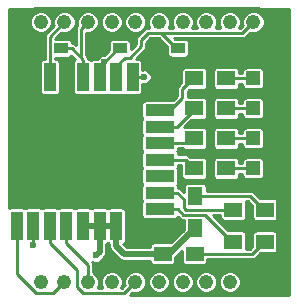
<source format=gbr>
G04 #@! TF.FileFunction,Copper,L1,Top,Signal*
%FSLAX46Y46*%
G04 Gerber Fmt 4.6, Leading zero omitted, Abs format (unit mm)*
G04 Created by KiCad (PCBNEW (after 2015-may-25 BZR unknown)-product) date Thu 04 Jun 2015 12:18:02 PM PDT*
%MOMM*%
G01*
G04 APERTURE LIST*
%ADD10C,0.100000*%
%ADD11R,1.198880X1.198880*%
%ADD12C,1.224000*%
%ADD13R,1.500000X1.300000*%
%ADD14R,1.300000X1.500000*%
%ADD15R,1.200000X0.900000*%
%ADD16R,1.000000X2.450000*%
%ADD17R,2.450000X1.000000*%
%ADD18C,0.600000*%
%ADD19C,0.250000*%
%ADD20C,0.500000*%
G04 APERTURE END LIST*
D10*
D11*
X158589980Y-100838000D03*
X160688020Y-100838000D03*
X158589980Y-98298000D03*
X160688020Y-98298000D03*
X158589980Y-95758000D03*
X160688020Y-95758000D03*
X158589980Y-93218000D03*
X160688020Y-93218000D03*
D12*
X140609500Y-110453500D03*
X142609500Y-110453500D03*
X144609500Y-110453500D03*
X146609500Y-110453500D03*
X148609500Y-110453500D03*
X150609500Y-110453500D03*
X152609500Y-110453500D03*
X154609500Y-110453500D03*
X156609500Y-110453500D03*
X158609500Y-110453500D03*
X140609500Y-88453500D03*
X142609500Y-88453500D03*
X144609500Y-88453500D03*
X146609500Y-88453500D03*
X148609500Y-88453500D03*
X150609500Y-88453500D03*
X152609500Y-88453500D03*
X154609500Y-88453500D03*
X156609500Y-88453500D03*
X158609500Y-88453500D03*
D13*
X153623000Y-108077000D03*
X150923000Y-108077000D03*
D14*
X153670000Y-103171000D03*
X153670000Y-105871000D03*
D13*
X156290000Y-100838000D03*
X153590000Y-100838000D03*
X156290000Y-98298000D03*
X153590000Y-98298000D03*
X156290000Y-95758000D03*
X153590000Y-95758000D03*
X156290000Y-93218000D03*
X153590000Y-93218000D03*
D15*
X140124000Y-90678000D03*
X142324000Y-90678000D03*
X145077000Y-90678000D03*
X147277000Y-90678000D03*
X150030000Y-90678000D03*
X152230000Y-90678000D03*
D16*
X148376000Y-93110000D03*
D17*
X150671000Y-104305000D03*
D16*
X138576000Y-105700000D03*
X139976000Y-105700000D03*
X141376000Y-105700000D03*
X142776000Y-105700000D03*
X144176000Y-105700000D03*
X145576000Y-105700000D03*
X146976000Y-105700000D03*
X148376000Y-105700000D03*
D17*
X150671000Y-102905000D03*
X150671000Y-101505000D03*
X150671000Y-100105000D03*
X150671000Y-98705000D03*
X150671000Y-97305000D03*
X150671000Y-95905000D03*
X150671000Y-94505000D03*
D16*
X146976000Y-93110000D03*
X145576000Y-93110000D03*
X144176000Y-93110000D03*
X142776000Y-93110000D03*
X141376000Y-93110000D03*
X139976000Y-93110000D03*
X138576000Y-93110000D03*
D13*
X159592000Y-107061000D03*
X156892000Y-107061000D03*
X159592000Y-104343200D03*
X156892000Y-104343200D03*
D18*
X145542000Y-89154000D03*
X145288000Y-108204000D03*
X145944077Y-91853753D03*
X139954000Y-107315000D03*
X149352000Y-93091000D03*
D19*
X156290000Y-100838000D02*
X158589980Y-100838000D01*
D20*
X148376000Y-105700000D02*
X148376000Y-103975000D01*
X139976000Y-94835000D02*
X139976000Y-93110000D01*
X148376000Y-103975000D02*
X139976000Y-95575000D01*
X139976000Y-95575000D02*
X139976000Y-94835000D01*
X145077000Y-90678000D02*
X145077000Y-89619000D01*
X145077000Y-89619000D02*
X145542000Y-89154000D01*
X140124000Y-90678000D02*
X140124000Y-89539762D01*
X140124000Y-89539762D02*
X139547499Y-88963261D01*
X139547499Y-88963261D02*
X139547499Y-87943739D01*
X139547499Y-87943739D02*
X140099739Y-87391499D01*
X159119261Y-87391499D02*
X160688020Y-88960258D01*
X160688020Y-88960258D02*
X160688020Y-92118560D01*
X140099739Y-87391499D02*
X159119261Y-87391499D01*
X140124000Y-90678000D02*
X140124000Y-92962000D01*
X140124000Y-92962000D02*
X139976000Y-93110000D01*
X153763980Y-92117999D02*
X160687459Y-92117999D01*
X152058001Y-92117999D02*
X153763980Y-92117999D01*
X150180000Y-90678000D02*
X150030000Y-90678000D01*
X153763980Y-92117999D02*
X151619999Y-92117999D01*
X151619999Y-92117999D02*
X150180000Y-90678000D01*
X138576000Y-93110000D02*
X139976000Y-93110000D01*
X150671000Y-94505000D02*
X150671000Y-93505000D01*
X150671000Y-93505000D02*
X152058001Y-92117999D01*
X160687459Y-92117999D02*
X160688020Y-92118560D01*
X160688020Y-92118560D02*
X160688020Y-93218000D01*
X160688020Y-100838000D02*
X160688020Y-101937440D01*
X160688020Y-101937440D02*
X160792001Y-102041421D01*
X160792001Y-102041421D02*
X160792001Y-108270999D01*
X159221499Y-109841501D02*
X158609500Y-110453500D01*
X160792001Y-108270999D02*
X159221499Y-109841501D01*
X160688020Y-98298000D02*
X160688020Y-100838000D01*
X160688020Y-95758000D02*
X160688020Y-98298000D01*
X160688020Y-93218000D02*
X160688020Y-95758000D01*
D19*
X156290000Y-98298000D02*
X158589980Y-98298000D01*
X156290000Y-95758000D02*
X158589980Y-95758000D01*
X156290000Y-93218000D02*
X158589980Y-93218000D01*
X159592000Y-107061000D02*
X159492000Y-107061000D01*
X159492000Y-107061000D02*
X158476000Y-108077000D01*
X158476000Y-108077000D02*
X154623000Y-108077000D01*
X154623000Y-108077000D02*
X153623000Y-108077000D01*
X150671000Y-104305000D02*
X152182588Y-104305000D01*
X152182588Y-104305000D02*
X152673587Y-104795999D01*
X152673587Y-104795999D02*
X154526999Y-104795999D01*
X154526999Y-104795999D02*
X156792000Y-107061000D01*
X156792000Y-107061000D02*
X156892000Y-107061000D01*
X159592000Y-104343200D02*
X159492000Y-104343200D01*
X159492000Y-104343200D02*
X158319800Y-103171000D01*
X158319800Y-103171000D02*
X154570000Y-103171000D01*
X154570000Y-103171000D02*
X153670000Y-103171000D01*
X150671000Y-102905000D02*
X152146000Y-102905000D01*
X152146000Y-102905000D02*
X152694999Y-103453999D01*
X152857198Y-104343200D02*
X155892000Y-104343200D01*
X152694999Y-103453999D02*
X152694999Y-104181001D01*
X152694999Y-104181001D02*
X152857198Y-104343200D01*
X155892000Y-104343200D02*
X156892000Y-104343200D01*
D20*
X145576000Y-105700000D02*
X146976000Y-105700000D01*
X144176000Y-105700000D02*
X145576000Y-105700000D01*
X145288000Y-108204000D02*
X145576000Y-107916000D01*
X145576000Y-107916000D02*
X145576000Y-105700000D01*
X150923000Y-108077000D02*
X151464000Y-108077000D01*
X151464000Y-108077000D02*
X153670000Y-105871000D01*
X146976000Y-105700000D02*
X146976000Y-107425000D01*
X149673000Y-108077000D02*
X150923000Y-108077000D01*
X147628000Y-108077000D02*
X149673000Y-108077000D01*
X146976000Y-107425000D02*
X147628000Y-108077000D01*
D19*
X138576000Y-105700000D02*
X138576000Y-109806762D01*
X141997501Y-111065499D02*
X142609500Y-110453500D01*
X138576000Y-109806762D02*
X140159739Y-111390501D01*
X140159739Y-111390501D02*
X141672499Y-111390501D01*
X141672499Y-111390501D02*
X141997501Y-111065499D01*
X142776000Y-105700000D02*
X142776000Y-107175000D01*
X142776000Y-107175000D02*
X144609500Y-109008500D01*
X144609500Y-109008500D02*
X144609500Y-109588002D01*
X144609500Y-109588002D02*
X144609500Y-110453500D01*
X145576000Y-93110000D02*
X145576000Y-92221830D01*
X145576000Y-92221830D02*
X145944077Y-91853753D01*
X145576000Y-93110000D02*
X145576000Y-92229000D01*
X145576000Y-92229000D02*
X147127000Y-90678000D01*
X147127000Y-90678000D02*
X147277000Y-90678000D01*
X145576000Y-93110000D02*
X145576000Y-92199998D01*
X141376000Y-105700000D02*
X141376000Y-107175000D01*
X141376000Y-107175000D02*
X143672499Y-109471499D01*
X143672499Y-109471499D02*
X143672499Y-110903261D01*
X143672499Y-110903261D02*
X144159739Y-111390501D01*
X144159739Y-111390501D02*
X147672499Y-111390501D01*
X147672499Y-111390501D02*
X147997501Y-111065499D01*
X147997501Y-111065499D02*
X148609500Y-110453500D01*
X139976000Y-105700000D02*
X139976000Y-107293000D01*
X139976000Y-107293000D02*
X139954000Y-107315000D01*
X141376000Y-93110000D02*
X141376000Y-89687000D01*
X141376000Y-89687000D02*
X142609500Y-88453500D01*
X144176000Y-93110000D02*
X144176000Y-91635000D01*
X144176000Y-91635000D02*
X143997501Y-91456501D01*
X143997501Y-91456501D02*
X143997501Y-89065499D01*
X143997501Y-89065499D02*
X144609500Y-88453500D01*
X144176000Y-91635000D02*
X143219000Y-90678000D01*
X143219000Y-90678000D02*
X143174000Y-90678000D01*
X143174000Y-90678000D02*
X142324000Y-90678000D01*
X148376000Y-93110000D02*
X149333000Y-93110000D01*
X149333000Y-93110000D02*
X149352000Y-93091000D01*
X146976000Y-93110000D02*
X146976000Y-92199998D01*
X146976000Y-92199998D02*
X147722997Y-91453001D01*
X149104999Y-89967999D02*
X149682497Y-89390501D01*
X147722997Y-91453001D02*
X148137001Y-91453001D01*
X148137001Y-91453001D02*
X149104999Y-90485003D01*
X149104999Y-90485003D02*
X149104999Y-89967999D01*
X149682497Y-89390501D02*
X150380700Y-89390501D01*
X150380700Y-89390501D02*
X157672499Y-89390501D01*
X150380700Y-89390501D02*
X150792501Y-89390501D01*
X150792501Y-89390501D02*
X152080000Y-90678000D01*
X152080000Y-90678000D02*
X152230000Y-90678000D01*
X157672499Y-89390501D02*
X157997501Y-89065499D01*
X157997501Y-89065499D02*
X158609500Y-88453500D01*
X150671000Y-100105000D02*
X152857000Y-100105000D01*
X152857000Y-100105000D02*
X153590000Y-100838000D01*
X150671000Y-98705000D02*
X153183000Y-98705000D01*
X153183000Y-98705000D02*
X153590000Y-98298000D01*
X150671000Y-97305000D02*
X152146000Y-97305000D01*
X152146000Y-97305000D02*
X153590000Y-95861000D01*
X153590000Y-95861000D02*
X153590000Y-95758000D01*
X153590000Y-93218000D02*
X153490000Y-93218000D01*
X153490000Y-93218000D02*
X152590000Y-94118000D01*
X152590000Y-94118000D02*
X152590000Y-94896002D01*
X152590000Y-94896002D02*
X151581002Y-95905000D01*
X151581002Y-95905000D02*
X150671000Y-95905000D01*
G36*
X161625000Y-111582000D02*
X157546662Y-111582000D01*
X157546662Y-110267937D01*
X157404313Y-109923425D01*
X157140961Y-109659613D01*
X156796699Y-109516663D01*
X156423937Y-109516338D01*
X156079425Y-109658687D01*
X155815613Y-109922039D01*
X155672663Y-110266301D01*
X155672338Y-110639063D01*
X155814687Y-110983575D01*
X156078039Y-111247387D01*
X156422301Y-111390337D01*
X156795063Y-111390662D01*
X157139575Y-111248313D01*
X157403387Y-110984961D01*
X157546337Y-110640699D01*
X157546662Y-110267937D01*
X157546662Y-111582000D01*
X155546662Y-111582000D01*
X155546662Y-110267937D01*
X155404313Y-109923425D01*
X155140961Y-109659613D01*
X154796699Y-109516663D01*
X154423937Y-109516338D01*
X154079425Y-109658687D01*
X153815613Y-109922039D01*
X153672663Y-110266301D01*
X153672338Y-110639063D01*
X153814687Y-110983575D01*
X154078039Y-111247387D01*
X154422301Y-111390337D01*
X154795063Y-111390662D01*
X155139575Y-111248313D01*
X155403387Y-110984961D01*
X155546337Y-110640699D01*
X155546662Y-110267937D01*
X155546662Y-111582000D01*
X153546662Y-111582000D01*
X153546662Y-110267937D01*
X153404313Y-109923425D01*
X153140961Y-109659613D01*
X152796699Y-109516663D01*
X152423937Y-109516338D01*
X152079425Y-109658687D01*
X151815613Y-109922039D01*
X151672663Y-110266301D01*
X151672338Y-110639063D01*
X151814687Y-110983575D01*
X152078039Y-111247387D01*
X152422301Y-111390337D01*
X152795063Y-111390662D01*
X153139575Y-111248313D01*
X153403387Y-110984961D01*
X153546337Y-110640699D01*
X153546662Y-110267937D01*
X153546662Y-111582000D01*
X151546662Y-111582000D01*
X151546662Y-110267937D01*
X151404313Y-109923425D01*
X151140961Y-109659613D01*
X150796699Y-109516663D01*
X150423937Y-109516338D01*
X150079425Y-109658687D01*
X149815613Y-109922039D01*
X149672663Y-110266301D01*
X149672338Y-110639063D01*
X149814687Y-110983575D01*
X150078039Y-111247387D01*
X150422301Y-111390337D01*
X150795063Y-111390662D01*
X151139575Y-111248313D01*
X151403387Y-110984961D01*
X151546337Y-110640699D01*
X151546662Y-110267937D01*
X151546662Y-111582000D01*
X148117396Y-111582000D01*
X148315699Y-111383697D01*
X148342284Y-111357111D01*
X148422301Y-111390337D01*
X148795063Y-111390662D01*
X149139575Y-111248313D01*
X149403387Y-110984961D01*
X149546337Y-110640699D01*
X149546662Y-110267937D01*
X149404313Y-109923425D01*
X149140961Y-109659613D01*
X148796699Y-109516663D01*
X148423937Y-109516338D01*
X148079425Y-109658687D01*
X147815613Y-109922039D01*
X147672663Y-110266301D01*
X147672338Y-110639063D01*
X147706021Y-110720582D01*
X147679303Y-110747301D01*
X147486103Y-110940501D01*
X147421848Y-110940501D01*
X147546337Y-110640699D01*
X147546662Y-110267937D01*
X147404313Y-109923425D01*
X147140961Y-109659613D01*
X146796699Y-109516663D01*
X146423937Y-109516338D01*
X146079425Y-109658687D01*
X145815613Y-109922039D01*
X145672663Y-110266301D01*
X145672338Y-110639063D01*
X145796889Y-110940501D01*
X145421848Y-110940501D01*
X145546337Y-110640699D01*
X145546662Y-110267937D01*
X145404313Y-109923425D01*
X145140961Y-109659613D01*
X145059500Y-109625787D01*
X145059500Y-109588002D01*
X145059500Y-109008500D01*
X145025247Y-108836293D01*
X145025246Y-108836292D01*
X144965453Y-108746806D01*
X145163134Y-108828891D01*
X145411775Y-108829108D01*
X145641571Y-108734158D01*
X145817540Y-108558496D01*
X145867859Y-108437312D01*
X145982586Y-108322586D01*
X145982587Y-108322586D01*
X146107231Y-108136043D01*
X146151000Y-107916000D01*
X146151000Y-107241814D01*
X146199921Y-107232323D01*
X146276270Y-107182170D01*
X146348231Y-107230744D01*
X146401000Y-107241326D01*
X146401000Y-107425000D01*
X146444769Y-107645043D01*
X146569414Y-107831586D01*
X147221413Y-108483586D01*
X147221414Y-108483586D01*
X147407957Y-108608231D01*
X147628000Y-108652000D01*
X149673000Y-108652000D01*
X149841633Y-108652000D01*
X149841633Y-108727000D01*
X149865677Y-108850921D01*
X149937222Y-108959837D01*
X150045231Y-109032744D01*
X150173000Y-109058367D01*
X151673000Y-109058367D01*
X151796921Y-109034323D01*
X151905837Y-108962778D01*
X151978744Y-108854769D01*
X152004367Y-108727000D01*
X152004367Y-108349805D01*
X152541633Y-107812539D01*
X152541633Y-108727000D01*
X152565677Y-108850921D01*
X152637222Y-108959837D01*
X152745231Y-109032744D01*
X152873000Y-109058367D01*
X154373000Y-109058367D01*
X154496921Y-109034323D01*
X154605837Y-108962778D01*
X154678744Y-108854769D01*
X154704367Y-108727000D01*
X154704367Y-108527000D01*
X158476000Y-108527000D01*
X158648207Y-108492746D01*
X158648208Y-108492746D01*
X158794198Y-108395198D01*
X159147029Y-108042367D01*
X160342000Y-108042367D01*
X160465921Y-108018323D01*
X160574837Y-107946778D01*
X160647744Y-107838769D01*
X160673367Y-107711000D01*
X160673367Y-106411000D01*
X160649323Y-106287079D01*
X160577778Y-106178163D01*
X160469769Y-106105256D01*
X160342000Y-106079633D01*
X158842000Y-106079633D01*
X158718079Y-106103677D01*
X158609163Y-106175222D01*
X158536256Y-106283231D01*
X158510633Y-106411000D01*
X158510633Y-107405971D01*
X158289604Y-107627000D01*
X157973367Y-107627000D01*
X157973367Y-106411000D01*
X157949323Y-106287079D01*
X157877778Y-106178163D01*
X157769769Y-106105256D01*
X157642000Y-106079633D01*
X156447029Y-106079633D01*
X155160596Y-104793200D01*
X155810633Y-104793200D01*
X155810633Y-104993200D01*
X155834677Y-105117121D01*
X155906222Y-105226037D01*
X156014231Y-105298944D01*
X156142000Y-105324567D01*
X157642000Y-105324567D01*
X157765921Y-105300523D01*
X157874837Y-105228978D01*
X157947744Y-105120969D01*
X157973367Y-104993200D01*
X157973367Y-103693200D01*
X157959358Y-103621000D01*
X158133404Y-103621000D01*
X158510633Y-103998229D01*
X158510633Y-104993200D01*
X158534677Y-105117121D01*
X158606222Y-105226037D01*
X158714231Y-105298944D01*
X158842000Y-105324567D01*
X160342000Y-105324567D01*
X160465921Y-105300523D01*
X160574837Y-105228978D01*
X160647744Y-105120969D01*
X160673367Y-104993200D01*
X160673367Y-103693200D01*
X160649323Y-103569279D01*
X160577778Y-103460363D01*
X160469769Y-103387456D01*
X160342000Y-103361833D01*
X159546662Y-103361833D01*
X159546662Y-88267937D01*
X159404313Y-87923425D01*
X159140961Y-87659613D01*
X158796699Y-87516663D01*
X158423937Y-87516338D01*
X158079425Y-87658687D01*
X157815613Y-87922039D01*
X157672663Y-88266301D01*
X157672338Y-88639063D01*
X157706021Y-88720582D01*
X157679303Y-88747301D01*
X157486103Y-88940501D01*
X157421848Y-88940501D01*
X157546337Y-88640699D01*
X157546662Y-88267937D01*
X157404313Y-87923425D01*
X157140961Y-87659613D01*
X156796699Y-87516663D01*
X156423937Y-87516338D01*
X156079425Y-87658687D01*
X155815613Y-87922039D01*
X155672663Y-88266301D01*
X155672338Y-88639063D01*
X155796889Y-88940501D01*
X155421848Y-88940501D01*
X155546337Y-88640699D01*
X155546662Y-88267937D01*
X155404313Y-87923425D01*
X155140961Y-87659613D01*
X154796699Y-87516663D01*
X154423937Y-87516338D01*
X154079425Y-87658687D01*
X153815613Y-87922039D01*
X153672663Y-88266301D01*
X153672338Y-88639063D01*
X153796889Y-88940501D01*
X153421848Y-88940501D01*
X153546337Y-88640699D01*
X153546662Y-88267937D01*
X153404313Y-87923425D01*
X153140961Y-87659613D01*
X152796699Y-87516663D01*
X152423937Y-87516338D01*
X152079425Y-87658687D01*
X151815613Y-87922039D01*
X151672663Y-88266301D01*
X151672338Y-88639063D01*
X151796889Y-88940501D01*
X151421848Y-88940501D01*
X151546337Y-88640699D01*
X151546662Y-88267937D01*
X151404313Y-87923425D01*
X151140961Y-87659613D01*
X150796699Y-87516663D01*
X150423937Y-87516338D01*
X150079425Y-87658687D01*
X149815613Y-87922039D01*
X149672663Y-88266301D01*
X149672338Y-88639063D01*
X149796889Y-88940501D01*
X149682497Y-88940501D01*
X149546662Y-88967519D01*
X149546662Y-88267937D01*
X149404313Y-87923425D01*
X149140961Y-87659613D01*
X148796699Y-87516663D01*
X148423937Y-87516338D01*
X148079425Y-87658687D01*
X147815613Y-87922039D01*
X147672663Y-88266301D01*
X147672338Y-88639063D01*
X147814687Y-88983575D01*
X148078039Y-89247387D01*
X148422301Y-89390337D01*
X148795063Y-89390662D01*
X149139575Y-89248313D01*
X149403387Y-88984961D01*
X149546337Y-88640699D01*
X149546662Y-88267937D01*
X149546662Y-88967519D01*
X149510290Y-88974754D01*
X149364299Y-89072303D01*
X148786801Y-89649801D01*
X148689253Y-89795791D01*
X148654999Y-89967999D01*
X148654999Y-90298607D01*
X148208367Y-90745239D01*
X148208367Y-90228000D01*
X148184323Y-90104079D01*
X148112778Y-89995163D01*
X148004769Y-89922256D01*
X147877000Y-89896633D01*
X147546662Y-89896633D01*
X147546662Y-88267937D01*
X147404313Y-87923425D01*
X147140961Y-87659613D01*
X146796699Y-87516663D01*
X146423937Y-87516338D01*
X146079425Y-87658687D01*
X145815613Y-87922039D01*
X145672663Y-88266301D01*
X145672338Y-88639063D01*
X145814687Y-88983575D01*
X146078039Y-89247387D01*
X146422301Y-89390337D01*
X146795063Y-89390662D01*
X147139575Y-89248313D01*
X147403387Y-88984961D01*
X147546337Y-88640699D01*
X147546662Y-88267937D01*
X147546662Y-89896633D01*
X146677000Y-89896633D01*
X146553079Y-89920677D01*
X146444163Y-89992222D01*
X146371256Y-90100231D01*
X146345633Y-90228000D01*
X146345633Y-90822971D01*
X145939854Y-91228749D01*
X145820302Y-91228645D01*
X145590506Y-91323595D01*
X145414537Y-91499257D01*
X145391958Y-91553633D01*
X145076000Y-91553633D01*
X144952079Y-91577677D01*
X144875729Y-91627829D01*
X144803769Y-91579256D01*
X144676000Y-91553633D01*
X144609815Y-91553633D01*
X144591746Y-91462793D01*
X144591746Y-91462792D01*
X144494198Y-91316802D01*
X144447501Y-91270105D01*
X144447501Y-89390358D01*
X144795063Y-89390662D01*
X145139575Y-89248313D01*
X145403387Y-88984961D01*
X145546337Y-88640699D01*
X145546662Y-88267937D01*
X145404313Y-87923425D01*
X145140961Y-87659613D01*
X144796699Y-87516663D01*
X144423937Y-87516338D01*
X144079425Y-87658687D01*
X143815613Y-87922039D01*
X143672663Y-88266301D01*
X143672338Y-88639063D01*
X143706021Y-88720582D01*
X143679303Y-88747301D01*
X143581755Y-88893291D01*
X143547501Y-89065499D01*
X143547501Y-90370105D01*
X143537198Y-90359802D01*
X143391208Y-90262254D01*
X143255367Y-90235233D01*
X143255367Y-90228000D01*
X143231323Y-90104079D01*
X143159778Y-89995163D01*
X143051769Y-89922256D01*
X142924000Y-89896633D01*
X141826000Y-89896633D01*
X141826000Y-89873396D01*
X142342284Y-89357111D01*
X142422301Y-89390337D01*
X142795063Y-89390662D01*
X143139575Y-89248313D01*
X143403387Y-88984961D01*
X143546337Y-88640699D01*
X143546662Y-88267937D01*
X143404313Y-87923425D01*
X143140961Y-87659613D01*
X142796699Y-87516663D01*
X142423937Y-87516338D01*
X142079425Y-87658687D01*
X141815613Y-87922039D01*
X141672663Y-88266301D01*
X141672338Y-88639063D01*
X141706021Y-88720582D01*
X141546662Y-88879941D01*
X141546662Y-88267937D01*
X141404313Y-87923425D01*
X141140961Y-87659613D01*
X140796699Y-87516663D01*
X140423937Y-87516338D01*
X140079425Y-87658687D01*
X139815613Y-87922039D01*
X139672663Y-88266301D01*
X139672338Y-88639063D01*
X139814687Y-88983575D01*
X140078039Y-89247387D01*
X140422301Y-89390337D01*
X140795063Y-89390662D01*
X141139575Y-89248313D01*
X141403387Y-88984961D01*
X141546337Y-88640699D01*
X141546662Y-88267937D01*
X141546662Y-88879941D01*
X141057802Y-89368802D01*
X140960254Y-89514792D01*
X140926000Y-89687000D01*
X140926000Y-91553633D01*
X140876000Y-91553633D01*
X140752079Y-91577677D01*
X140643163Y-91649222D01*
X140570256Y-91757231D01*
X140544633Y-91885000D01*
X140544633Y-94335000D01*
X140568677Y-94458921D01*
X140640222Y-94567837D01*
X140748231Y-94640744D01*
X140876000Y-94666367D01*
X141876000Y-94666367D01*
X141999921Y-94642323D01*
X142108837Y-94570778D01*
X142181744Y-94462769D01*
X142207367Y-94335000D01*
X142207367Y-91885000D01*
X142183323Y-91761079D01*
X142111778Y-91652163D01*
X142003769Y-91579256D01*
X141876000Y-91553633D01*
X141826000Y-91553633D01*
X141826000Y-91459367D01*
X142924000Y-91459367D01*
X143047921Y-91435323D01*
X143156837Y-91363778D01*
X143201788Y-91297184D01*
X143509952Y-91605348D01*
X143443163Y-91649222D01*
X143370256Y-91757231D01*
X143344633Y-91885000D01*
X143344633Y-94335000D01*
X143368677Y-94458921D01*
X143440222Y-94567837D01*
X143548231Y-94640744D01*
X143676000Y-94666367D01*
X144676000Y-94666367D01*
X144799921Y-94642323D01*
X144876270Y-94592170D01*
X144948231Y-94640744D01*
X145076000Y-94666367D01*
X146076000Y-94666367D01*
X146199921Y-94642323D01*
X146276270Y-94592170D01*
X146348231Y-94640744D01*
X146476000Y-94666367D01*
X147476000Y-94666367D01*
X147599921Y-94642323D01*
X147676270Y-94592170D01*
X147748231Y-94640744D01*
X147876000Y-94666367D01*
X148876000Y-94666367D01*
X148999921Y-94642323D01*
X149108837Y-94570778D01*
X149181744Y-94462769D01*
X149207367Y-94335000D01*
X149207367Y-93707682D01*
X149227134Y-93715891D01*
X149475775Y-93716108D01*
X149705571Y-93621158D01*
X149881540Y-93445496D01*
X149976891Y-93215866D01*
X149977108Y-92967225D01*
X149882158Y-92737429D01*
X149706496Y-92561460D01*
X149476866Y-92466109D01*
X149228225Y-92465892D01*
X149207367Y-92474510D01*
X149207367Y-91885000D01*
X149183323Y-91761079D01*
X149111778Y-91652163D01*
X149003769Y-91579256D01*
X148876000Y-91553633D01*
X148672765Y-91553633D01*
X149423197Y-90803201D01*
X149520745Y-90657211D01*
X149520745Y-90657210D01*
X149554999Y-90485003D01*
X149554999Y-90154395D01*
X149868893Y-89840501D01*
X150380700Y-89840501D01*
X150606105Y-89840501D01*
X151298633Y-90533029D01*
X151298633Y-91128000D01*
X151322677Y-91251921D01*
X151394222Y-91360837D01*
X151502231Y-91433744D01*
X151630000Y-91459367D01*
X152830000Y-91459367D01*
X152953921Y-91435323D01*
X153062837Y-91363778D01*
X153135744Y-91255769D01*
X153161367Y-91128000D01*
X153161367Y-90228000D01*
X153137323Y-90104079D01*
X153065778Y-89995163D01*
X152957769Y-89922256D01*
X152830000Y-89896633D01*
X151935029Y-89896633D01*
X151878896Y-89840501D01*
X157672499Y-89840501D01*
X157844706Y-89806247D01*
X157844707Y-89806247D01*
X157990697Y-89708699D01*
X158315699Y-89383697D01*
X158342284Y-89357111D01*
X158422301Y-89390337D01*
X158795063Y-89390662D01*
X159139575Y-89248313D01*
X159403387Y-88984961D01*
X159546337Y-88640699D01*
X159546662Y-88267937D01*
X159546662Y-103361833D01*
X159520787Y-103361833D01*
X159520787Y-101437440D01*
X159520787Y-100238560D01*
X159520787Y-98897440D01*
X159520787Y-97698560D01*
X159520787Y-96357440D01*
X159520787Y-95158560D01*
X159520787Y-93817440D01*
X159520787Y-92618560D01*
X159496743Y-92494639D01*
X159425198Y-92385723D01*
X159317189Y-92312816D01*
X159189420Y-92287193D01*
X157990540Y-92287193D01*
X157866619Y-92311237D01*
X157757703Y-92382782D01*
X157684796Y-92490791D01*
X157659173Y-92618560D01*
X157659173Y-92768000D01*
X157371367Y-92768000D01*
X157371367Y-92568000D01*
X157347323Y-92444079D01*
X157275778Y-92335163D01*
X157167769Y-92262256D01*
X157040000Y-92236633D01*
X155540000Y-92236633D01*
X155416079Y-92260677D01*
X155307163Y-92332222D01*
X155234256Y-92440231D01*
X155208633Y-92568000D01*
X155208633Y-93868000D01*
X155232677Y-93991921D01*
X155304222Y-94100837D01*
X155412231Y-94173744D01*
X155540000Y-94199367D01*
X157040000Y-94199367D01*
X157163921Y-94175323D01*
X157272837Y-94103778D01*
X157345744Y-93995769D01*
X157371367Y-93868000D01*
X157371367Y-93668000D01*
X157659173Y-93668000D01*
X157659173Y-93817440D01*
X157683217Y-93941361D01*
X157754762Y-94050277D01*
X157862771Y-94123184D01*
X157990540Y-94148807D01*
X159189420Y-94148807D01*
X159313341Y-94124763D01*
X159422257Y-94053218D01*
X159495164Y-93945209D01*
X159520787Y-93817440D01*
X159520787Y-95158560D01*
X159496743Y-95034639D01*
X159425198Y-94925723D01*
X159317189Y-94852816D01*
X159189420Y-94827193D01*
X157990540Y-94827193D01*
X157866619Y-94851237D01*
X157757703Y-94922782D01*
X157684796Y-95030791D01*
X157659173Y-95158560D01*
X157659173Y-95308000D01*
X157371367Y-95308000D01*
X157371367Y-95108000D01*
X157347323Y-94984079D01*
X157275778Y-94875163D01*
X157167769Y-94802256D01*
X157040000Y-94776633D01*
X155540000Y-94776633D01*
X155416079Y-94800677D01*
X155307163Y-94872222D01*
X155234256Y-94980231D01*
X155208633Y-95108000D01*
X155208633Y-96408000D01*
X155232677Y-96531921D01*
X155304222Y-96640837D01*
X155412231Y-96713744D01*
X155540000Y-96739367D01*
X157040000Y-96739367D01*
X157163921Y-96715323D01*
X157272837Y-96643778D01*
X157345744Y-96535769D01*
X157371367Y-96408000D01*
X157371367Y-96208000D01*
X157659173Y-96208000D01*
X157659173Y-96357440D01*
X157683217Y-96481361D01*
X157754762Y-96590277D01*
X157862771Y-96663184D01*
X157990540Y-96688807D01*
X159189420Y-96688807D01*
X159313341Y-96664763D01*
X159422257Y-96593218D01*
X159495164Y-96485209D01*
X159520787Y-96357440D01*
X159520787Y-97698560D01*
X159496743Y-97574639D01*
X159425198Y-97465723D01*
X159317189Y-97392816D01*
X159189420Y-97367193D01*
X157990540Y-97367193D01*
X157866619Y-97391237D01*
X157757703Y-97462782D01*
X157684796Y-97570791D01*
X157659173Y-97698560D01*
X157659173Y-97848000D01*
X157371367Y-97848000D01*
X157371367Y-97648000D01*
X157347323Y-97524079D01*
X157275778Y-97415163D01*
X157167769Y-97342256D01*
X157040000Y-97316633D01*
X155540000Y-97316633D01*
X155416079Y-97340677D01*
X155307163Y-97412222D01*
X155234256Y-97520231D01*
X155208633Y-97648000D01*
X155208633Y-98948000D01*
X155232677Y-99071921D01*
X155304222Y-99180837D01*
X155412231Y-99253744D01*
X155540000Y-99279367D01*
X157040000Y-99279367D01*
X157163921Y-99255323D01*
X157272837Y-99183778D01*
X157345744Y-99075769D01*
X157371367Y-98948000D01*
X157371367Y-98748000D01*
X157659173Y-98748000D01*
X157659173Y-98897440D01*
X157683217Y-99021361D01*
X157754762Y-99130277D01*
X157862771Y-99203184D01*
X157990540Y-99228807D01*
X159189420Y-99228807D01*
X159313341Y-99204763D01*
X159422257Y-99133218D01*
X159495164Y-99025209D01*
X159520787Y-98897440D01*
X159520787Y-100238560D01*
X159496743Y-100114639D01*
X159425198Y-100005723D01*
X159317189Y-99932816D01*
X159189420Y-99907193D01*
X157990540Y-99907193D01*
X157866619Y-99931237D01*
X157757703Y-100002782D01*
X157684796Y-100110791D01*
X157659173Y-100238560D01*
X157659173Y-100388000D01*
X157371367Y-100388000D01*
X157371367Y-100188000D01*
X157347323Y-100064079D01*
X157275778Y-99955163D01*
X157167769Y-99882256D01*
X157040000Y-99856633D01*
X155540000Y-99856633D01*
X155416079Y-99880677D01*
X155307163Y-99952222D01*
X155234256Y-100060231D01*
X155208633Y-100188000D01*
X155208633Y-101488000D01*
X155232677Y-101611921D01*
X155304222Y-101720837D01*
X155412231Y-101793744D01*
X155540000Y-101819367D01*
X157040000Y-101819367D01*
X157163921Y-101795323D01*
X157272837Y-101723778D01*
X157345744Y-101615769D01*
X157371367Y-101488000D01*
X157371367Y-101288000D01*
X157659173Y-101288000D01*
X157659173Y-101437440D01*
X157683217Y-101561361D01*
X157754762Y-101670277D01*
X157862771Y-101743184D01*
X157990540Y-101768807D01*
X159189420Y-101768807D01*
X159313341Y-101744763D01*
X159422257Y-101673218D01*
X159495164Y-101565209D01*
X159520787Y-101437440D01*
X159520787Y-103361833D01*
X159147029Y-103361833D01*
X158637998Y-102852802D01*
X158492008Y-102755254D01*
X158319800Y-102721000D01*
X154651367Y-102721000D01*
X154651367Y-102421000D01*
X154627323Y-102297079D01*
X154555778Y-102188163D01*
X154447769Y-102115256D01*
X154320000Y-102089633D01*
X153020000Y-102089633D01*
X152896079Y-102113677D01*
X152787163Y-102185222D01*
X152714256Y-102293231D01*
X152688633Y-102421000D01*
X152688633Y-102811237D01*
X152464198Y-102586802D01*
X152318208Y-102489254D01*
X152227367Y-102471184D01*
X152227367Y-102405000D01*
X152203323Y-102281079D01*
X152153170Y-102204729D01*
X152201744Y-102132769D01*
X152227367Y-102005000D01*
X152227367Y-101005000D01*
X152203323Y-100881079D01*
X152153170Y-100804729D01*
X152201744Y-100732769D01*
X152227367Y-100605000D01*
X152227367Y-100555000D01*
X152508633Y-100555000D01*
X152508633Y-101488000D01*
X152532677Y-101611921D01*
X152604222Y-101720837D01*
X152712231Y-101793744D01*
X152840000Y-101819367D01*
X154340000Y-101819367D01*
X154463921Y-101795323D01*
X154572837Y-101723778D01*
X154645744Y-101615769D01*
X154671367Y-101488000D01*
X154671367Y-100188000D01*
X154647323Y-100064079D01*
X154575778Y-99955163D01*
X154467769Y-99882256D01*
X154340000Y-99856633D01*
X153245029Y-99856633D01*
X153175198Y-99786802D01*
X153029208Y-99689254D01*
X152857000Y-99655000D01*
X152227367Y-99655000D01*
X152227367Y-99605000D01*
X152203323Y-99481079D01*
X152153170Y-99404729D01*
X152201744Y-99332769D01*
X152227367Y-99205000D01*
X152227367Y-99155000D01*
X152587250Y-99155000D01*
X152604222Y-99180837D01*
X152712231Y-99253744D01*
X152840000Y-99279367D01*
X154340000Y-99279367D01*
X154463921Y-99255323D01*
X154572837Y-99183778D01*
X154645744Y-99075769D01*
X154671367Y-98948000D01*
X154671367Y-97648000D01*
X154647323Y-97524079D01*
X154575778Y-97415163D01*
X154467769Y-97342256D01*
X154340000Y-97316633D01*
X152840000Y-97316633D01*
X152754095Y-97333300D01*
X153348029Y-96739367D01*
X154340000Y-96739367D01*
X154463921Y-96715323D01*
X154572837Y-96643778D01*
X154645744Y-96535769D01*
X154671367Y-96408000D01*
X154671367Y-95108000D01*
X154647323Y-94984079D01*
X154575778Y-94875163D01*
X154467769Y-94802256D01*
X154340000Y-94776633D01*
X153040000Y-94776633D01*
X153040000Y-94304396D01*
X153145029Y-94199367D01*
X154340000Y-94199367D01*
X154463921Y-94175323D01*
X154572837Y-94103778D01*
X154645744Y-93995769D01*
X154671367Y-93868000D01*
X154671367Y-92568000D01*
X154647323Y-92444079D01*
X154575778Y-92335163D01*
X154467769Y-92262256D01*
X154340000Y-92236633D01*
X152840000Y-92236633D01*
X152716079Y-92260677D01*
X152607163Y-92332222D01*
X152534256Y-92440231D01*
X152508633Y-92568000D01*
X152508633Y-93562971D01*
X152271802Y-93799802D01*
X152174254Y-93945792D01*
X152140000Y-94118000D01*
X152140000Y-94709606D01*
X151775973Y-95073633D01*
X149446000Y-95073633D01*
X149322079Y-95097677D01*
X149213163Y-95169222D01*
X149140256Y-95277231D01*
X149114633Y-95405000D01*
X149114633Y-96405000D01*
X149138677Y-96528921D01*
X149188829Y-96605270D01*
X149140256Y-96677231D01*
X149114633Y-96805000D01*
X149114633Y-97805000D01*
X149138677Y-97928921D01*
X149188829Y-98005270D01*
X149140256Y-98077231D01*
X149114633Y-98205000D01*
X149114633Y-99205000D01*
X149138677Y-99328921D01*
X149188829Y-99405270D01*
X149140256Y-99477231D01*
X149114633Y-99605000D01*
X149114633Y-100605000D01*
X149138677Y-100728921D01*
X149188829Y-100805270D01*
X149140256Y-100877231D01*
X149114633Y-101005000D01*
X149114633Y-102005000D01*
X149138677Y-102128921D01*
X149188829Y-102205270D01*
X149140256Y-102277231D01*
X149114633Y-102405000D01*
X149114633Y-103405000D01*
X149138677Y-103528921D01*
X149188829Y-103605270D01*
X149140256Y-103677231D01*
X149114633Y-103805000D01*
X149114633Y-104805000D01*
X149138677Y-104928921D01*
X149210222Y-105037837D01*
X149318231Y-105110744D01*
X149446000Y-105136367D01*
X151896000Y-105136367D01*
X152019921Y-105112323D01*
X152128837Y-105040778D01*
X152190547Y-104949355D01*
X152355389Y-105114197D01*
X152501379Y-105211745D01*
X152673587Y-105245999D01*
X152688633Y-105245999D01*
X152688633Y-106039195D01*
X151632195Y-107095633D01*
X150173000Y-107095633D01*
X150049079Y-107119677D01*
X149940163Y-107191222D01*
X149867256Y-107299231D01*
X149841633Y-107427000D01*
X149841633Y-107502000D01*
X149673000Y-107502000D01*
X147866172Y-107502000D01*
X147597051Y-107232879D01*
X147599921Y-107232323D01*
X147708837Y-107160778D01*
X147781744Y-107052769D01*
X147807367Y-106925000D01*
X147807367Y-104475000D01*
X147783323Y-104351079D01*
X147711778Y-104242163D01*
X147603769Y-104169256D01*
X147476000Y-104143633D01*
X146476000Y-104143633D01*
X146352079Y-104167677D01*
X146275729Y-104217829D01*
X146203769Y-104169256D01*
X146076000Y-104143633D01*
X145076000Y-104143633D01*
X144952079Y-104167677D01*
X144875729Y-104217829D01*
X144803769Y-104169256D01*
X144676000Y-104143633D01*
X143676000Y-104143633D01*
X143552079Y-104167677D01*
X143475729Y-104217829D01*
X143403769Y-104169256D01*
X143276000Y-104143633D01*
X142276000Y-104143633D01*
X142152079Y-104167677D01*
X142075729Y-104217829D01*
X142003769Y-104169256D01*
X141876000Y-104143633D01*
X140876000Y-104143633D01*
X140752079Y-104167677D01*
X140675729Y-104217829D01*
X140603769Y-104169256D01*
X140476000Y-104143633D01*
X139476000Y-104143633D01*
X139352079Y-104167677D01*
X139275729Y-104217829D01*
X139203769Y-104169256D01*
X139076000Y-104143633D01*
X138076000Y-104143633D01*
X137952079Y-104167677D01*
X137875000Y-104218308D01*
X137875000Y-87332000D01*
X161625000Y-87332000D01*
X161625000Y-111582000D01*
X161625000Y-111582000D01*
G37*
X161625000Y-111582000D02*
X157546662Y-111582000D01*
X157546662Y-110267937D01*
X157404313Y-109923425D01*
X157140961Y-109659613D01*
X156796699Y-109516663D01*
X156423937Y-109516338D01*
X156079425Y-109658687D01*
X155815613Y-109922039D01*
X155672663Y-110266301D01*
X155672338Y-110639063D01*
X155814687Y-110983575D01*
X156078039Y-111247387D01*
X156422301Y-111390337D01*
X156795063Y-111390662D01*
X157139575Y-111248313D01*
X157403387Y-110984961D01*
X157546337Y-110640699D01*
X157546662Y-110267937D01*
X157546662Y-111582000D01*
X155546662Y-111582000D01*
X155546662Y-110267937D01*
X155404313Y-109923425D01*
X155140961Y-109659613D01*
X154796699Y-109516663D01*
X154423937Y-109516338D01*
X154079425Y-109658687D01*
X153815613Y-109922039D01*
X153672663Y-110266301D01*
X153672338Y-110639063D01*
X153814687Y-110983575D01*
X154078039Y-111247387D01*
X154422301Y-111390337D01*
X154795063Y-111390662D01*
X155139575Y-111248313D01*
X155403387Y-110984961D01*
X155546337Y-110640699D01*
X155546662Y-110267937D01*
X155546662Y-111582000D01*
X153546662Y-111582000D01*
X153546662Y-110267937D01*
X153404313Y-109923425D01*
X153140961Y-109659613D01*
X152796699Y-109516663D01*
X152423937Y-109516338D01*
X152079425Y-109658687D01*
X151815613Y-109922039D01*
X151672663Y-110266301D01*
X151672338Y-110639063D01*
X151814687Y-110983575D01*
X152078039Y-111247387D01*
X152422301Y-111390337D01*
X152795063Y-111390662D01*
X153139575Y-111248313D01*
X153403387Y-110984961D01*
X153546337Y-110640699D01*
X153546662Y-110267937D01*
X153546662Y-111582000D01*
X151546662Y-111582000D01*
X151546662Y-110267937D01*
X151404313Y-109923425D01*
X151140961Y-109659613D01*
X150796699Y-109516663D01*
X150423937Y-109516338D01*
X150079425Y-109658687D01*
X149815613Y-109922039D01*
X149672663Y-110266301D01*
X149672338Y-110639063D01*
X149814687Y-110983575D01*
X150078039Y-111247387D01*
X150422301Y-111390337D01*
X150795063Y-111390662D01*
X151139575Y-111248313D01*
X151403387Y-110984961D01*
X151546337Y-110640699D01*
X151546662Y-110267937D01*
X151546662Y-111582000D01*
X148117396Y-111582000D01*
X148315699Y-111383697D01*
X148342284Y-111357111D01*
X148422301Y-111390337D01*
X148795063Y-111390662D01*
X149139575Y-111248313D01*
X149403387Y-110984961D01*
X149546337Y-110640699D01*
X149546662Y-110267937D01*
X149404313Y-109923425D01*
X149140961Y-109659613D01*
X148796699Y-109516663D01*
X148423937Y-109516338D01*
X148079425Y-109658687D01*
X147815613Y-109922039D01*
X147672663Y-110266301D01*
X147672338Y-110639063D01*
X147706021Y-110720582D01*
X147679303Y-110747301D01*
X147486103Y-110940501D01*
X147421848Y-110940501D01*
X147546337Y-110640699D01*
X147546662Y-110267937D01*
X147404313Y-109923425D01*
X147140961Y-109659613D01*
X146796699Y-109516663D01*
X146423937Y-109516338D01*
X146079425Y-109658687D01*
X145815613Y-109922039D01*
X145672663Y-110266301D01*
X145672338Y-110639063D01*
X145796889Y-110940501D01*
X145421848Y-110940501D01*
X145546337Y-110640699D01*
X145546662Y-110267937D01*
X145404313Y-109923425D01*
X145140961Y-109659613D01*
X145059500Y-109625787D01*
X145059500Y-109588002D01*
X145059500Y-109008500D01*
X145025247Y-108836293D01*
X145025246Y-108836292D01*
X144965453Y-108746806D01*
X145163134Y-108828891D01*
X145411775Y-108829108D01*
X145641571Y-108734158D01*
X145817540Y-108558496D01*
X145867859Y-108437312D01*
X145982586Y-108322586D01*
X145982587Y-108322586D01*
X146107231Y-108136043D01*
X146151000Y-107916000D01*
X146151000Y-107241814D01*
X146199921Y-107232323D01*
X146276270Y-107182170D01*
X146348231Y-107230744D01*
X146401000Y-107241326D01*
X146401000Y-107425000D01*
X146444769Y-107645043D01*
X146569414Y-107831586D01*
X147221413Y-108483586D01*
X147221414Y-108483586D01*
X147407957Y-108608231D01*
X147628000Y-108652000D01*
X149673000Y-108652000D01*
X149841633Y-108652000D01*
X149841633Y-108727000D01*
X149865677Y-108850921D01*
X149937222Y-108959837D01*
X150045231Y-109032744D01*
X150173000Y-109058367D01*
X151673000Y-109058367D01*
X151796921Y-109034323D01*
X151905837Y-108962778D01*
X151978744Y-108854769D01*
X152004367Y-108727000D01*
X152004367Y-108349805D01*
X152541633Y-107812539D01*
X152541633Y-108727000D01*
X152565677Y-108850921D01*
X152637222Y-108959837D01*
X152745231Y-109032744D01*
X152873000Y-109058367D01*
X154373000Y-109058367D01*
X154496921Y-109034323D01*
X154605837Y-108962778D01*
X154678744Y-108854769D01*
X154704367Y-108727000D01*
X154704367Y-108527000D01*
X158476000Y-108527000D01*
X158648207Y-108492746D01*
X158648208Y-108492746D01*
X158794198Y-108395198D01*
X159147029Y-108042367D01*
X160342000Y-108042367D01*
X160465921Y-108018323D01*
X160574837Y-107946778D01*
X160647744Y-107838769D01*
X160673367Y-107711000D01*
X160673367Y-106411000D01*
X160649323Y-106287079D01*
X160577778Y-106178163D01*
X160469769Y-106105256D01*
X160342000Y-106079633D01*
X158842000Y-106079633D01*
X158718079Y-106103677D01*
X158609163Y-106175222D01*
X158536256Y-106283231D01*
X158510633Y-106411000D01*
X158510633Y-107405971D01*
X158289604Y-107627000D01*
X157973367Y-107627000D01*
X157973367Y-106411000D01*
X157949323Y-106287079D01*
X157877778Y-106178163D01*
X157769769Y-106105256D01*
X157642000Y-106079633D01*
X156447029Y-106079633D01*
X155160596Y-104793200D01*
X155810633Y-104793200D01*
X155810633Y-104993200D01*
X155834677Y-105117121D01*
X155906222Y-105226037D01*
X156014231Y-105298944D01*
X156142000Y-105324567D01*
X157642000Y-105324567D01*
X157765921Y-105300523D01*
X157874837Y-105228978D01*
X157947744Y-105120969D01*
X157973367Y-104993200D01*
X157973367Y-103693200D01*
X157959358Y-103621000D01*
X158133404Y-103621000D01*
X158510633Y-103998229D01*
X158510633Y-104993200D01*
X158534677Y-105117121D01*
X158606222Y-105226037D01*
X158714231Y-105298944D01*
X158842000Y-105324567D01*
X160342000Y-105324567D01*
X160465921Y-105300523D01*
X160574837Y-105228978D01*
X160647744Y-105120969D01*
X160673367Y-104993200D01*
X160673367Y-103693200D01*
X160649323Y-103569279D01*
X160577778Y-103460363D01*
X160469769Y-103387456D01*
X160342000Y-103361833D01*
X159546662Y-103361833D01*
X159546662Y-88267937D01*
X159404313Y-87923425D01*
X159140961Y-87659613D01*
X158796699Y-87516663D01*
X158423937Y-87516338D01*
X158079425Y-87658687D01*
X157815613Y-87922039D01*
X157672663Y-88266301D01*
X157672338Y-88639063D01*
X157706021Y-88720582D01*
X157679303Y-88747301D01*
X157486103Y-88940501D01*
X157421848Y-88940501D01*
X157546337Y-88640699D01*
X157546662Y-88267937D01*
X157404313Y-87923425D01*
X157140961Y-87659613D01*
X156796699Y-87516663D01*
X156423937Y-87516338D01*
X156079425Y-87658687D01*
X155815613Y-87922039D01*
X155672663Y-88266301D01*
X155672338Y-88639063D01*
X155796889Y-88940501D01*
X155421848Y-88940501D01*
X155546337Y-88640699D01*
X155546662Y-88267937D01*
X155404313Y-87923425D01*
X155140961Y-87659613D01*
X154796699Y-87516663D01*
X154423937Y-87516338D01*
X154079425Y-87658687D01*
X153815613Y-87922039D01*
X153672663Y-88266301D01*
X153672338Y-88639063D01*
X153796889Y-88940501D01*
X153421848Y-88940501D01*
X153546337Y-88640699D01*
X153546662Y-88267937D01*
X153404313Y-87923425D01*
X153140961Y-87659613D01*
X152796699Y-87516663D01*
X152423937Y-87516338D01*
X152079425Y-87658687D01*
X151815613Y-87922039D01*
X151672663Y-88266301D01*
X151672338Y-88639063D01*
X151796889Y-88940501D01*
X151421848Y-88940501D01*
X151546337Y-88640699D01*
X151546662Y-88267937D01*
X151404313Y-87923425D01*
X151140961Y-87659613D01*
X150796699Y-87516663D01*
X150423937Y-87516338D01*
X150079425Y-87658687D01*
X149815613Y-87922039D01*
X149672663Y-88266301D01*
X149672338Y-88639063D01*
X149796889Y-88940501D01*
X149682497Y-88940501D01*
X149546662Y-88967519D01*
X149546662Y-88267937D01*
X149404313Y-87923425D01*
X149140961Y-87659613D01*
X148796699Y-87516663D01*
X148423937Y-87516338D01*
X148079425Y-87658687D01*
X147815613Y-87922039D01*
X147672663Y-88266301D01*
X147672338Y-88639063D01*
X147814687Y-88983575D01*
X148078039Y-89247387D01*
X148422301Y-89390337D01*
X148795063Y-89390662D01*
X149139575Y-89248313D01*
X149403387Y-88984961D01*
X149546337Y-88640699D01*
X149546662Y-88267937D01*
X149546662Y-88967519D01*
X149510290Y-88974754D01*
X149364299Y-89072303D01*
X148786801Y-89649801D01*
X148689253Y-89795791D01*
X148654999Y-89967999D01*
X148654999Y-90298607D01*
X148208367Y-90745239D01*
X148208367Y-90228000D01*
X148184323Y-90104079D01*
X148112778Y-89995163D01*
X148004769Y-89922256D01*
X147877000Y-89896633D01*
X147546662Y-89896633D01*
X147546662Y-88267937D01*
X147404313Y-87923425D01*
X147140961Y-87659613D01*
X146796699Y-87516663D01*
X146423937Y-87516338D01*
X146079425Y-87658687D01*
X145815613Y-87922039D01*
X145672663Y-88266301D01*
X145672338Y-88639063D01*
X145814687Y-88983575D01*
X146078039Y-89247387D01*
X146422301Y-89390337D01*
X146795063Y-89390662D01*
X147139575Y-89248313D01*
X147403387Y-88984961D01*
X147546337Y-88640699D01*
X147546662Y-88267937D01*
X147546662Y-89896633D01*
X146677000Y-89896633D01*
X146553079Y-89920677D01*
X146444163Y-89992222D01*
X146371256Y-90100231D01*
X146345633Y-90228000D01*
X146345633Y-90822971D01*
X145939854Y-91228749D01*
X145820302Y-91228645D01*
X145590506Y-91323595D01*
X145414537Y-91499257D01*
X145391958Y-91553633D01*
X145076000Y-91553633D01*
X144952079Y-91577677D01*
X144875729Y-91627829D01*
X144803769Y-91579256D01*
X144676000Y-91553633D01*
X144609815Y-91553633D01*
X144591746Y-91462793D01*
X144591746Y-91462792D01*
X144494198Y-91316802D01*
X144447501Y-91270105D01*
X144447501Y-89390358D01*
X144795063Y-89390662D01*
X145139575Y-89248313D01*
X145403387Y-88984961D01*
X145546337Y-88640699D01*
X145546662Y-88267937D01*
X145404313Y-87923425D01*
X145140961Y-87659613D01*
X144796699Y-87516663D01*
X144423937Y-87516338D01*
X144079425Y-87658687D01*
X143815613Y-87922039D01*
X143672663Y-88266301D01*
X143672338Y-88639063D01*
X143706021Y-88720582D01*
X143679303Y-88747301D01*
X143581755Y-88893291D01*
X143547501Y-89065499D01*
X143547501Y-90370105D01*
X143537198Y-90359802D01*
X143391208Y-90262254D01*
X143255367Y-90235233D01*
X143255367Y-90228000D01*
X143231323Y-90104079D01*
X143159778Y-89995163D01*
X143051769Y-89922256D01*
X142924000Y-89896633D01*
X141826000Y-89896633D01*
X141826000Y-89873396D01*
X142342284Y-89357111D01*
X142422301Y-89390337D01*
X142795063Y-89390662D01*
X143139575Y-89248313D01*
X143403387Y-88984961D01*
X143546337Y-88640699D01*
X143546662Y-88267937D01*
X143404313Y-87923425D01*
X143140961Y-87659613D01*
X142796699Y-87516663D01*
X142423937Y-87516338D01*
X142079425Y-87658687D01*
X141815613Y-87922039D01*
X141672663Y-88266301D01*
X141672338Y-88639063D01*
X141706021Y-88720582D01*
X141546662Y-88879941D01*
X141546662Y-88267937D01*
X141404313Y-87923425D01*
X141140961Y-87659613D01*
X140796699Y-87516663D01*
X140423937Y-87516338D01*
X140079425Y-87658687D01*
X139815613Y-87922039D01*
X139672663Y-88266301D01*
X139672338Y-88639063D01*
X139814687Y-88983575D01*
X140078039Y-89247387D01*
X140422301Y-89390337D01*
X140795063Y-89390662D01*
X141139575Y-89248313D01*
X141403387Y-88984961D01*
X141546337Y-88640699D01*
X141546662Y-88267937D01*
X141546662Y-88879941D01*
X141057802Y-89368802D01*
X140960254Y-89514792D01*
X140926000Y-89687000D01*
X140926000Y-91553633D01*
X140876000Y-91553633D01*
X140752079Y-91577677D01*
X140643163Y-91649222D01*
X140570256Y-91757231D01*
X140544633Y-91885000D01*
X140544633Y-94335000D01*
X140568677Y-94458921D01*
X140640222Y-94567837D01*
X140748231Y-94640744D01*
X140876000Y-94666367D01*
X141876000Y-94666367D01*
X141999921Y-94642323D01*
X142108837Y-94570778D01*
X142181744Y-94462769D01*
X142207367Y-94335000D01*
X142207367Y-91885000D01*
X142183323Y-91761079D01*
X142111778Y-91652163D01*
X142003769Y-91579256D01*
X141876000Y-91553633D01*
X141826000Y-91553633D01*
X141826000Y-91459367D01*
X142924000Y-91459367D01*
X143047921Y-91435323D01*
X143156837Y-91363778D01*
X143201788Y-91297184D01*
X143509952Y-91605348D01*
X143443163Y-91649222D01*
X143370256Y-91757231D01*
X143344633Y-91885000D01*
X143344633Y-94335000D01*
X143368677Y-94458921D01*
X143440222Y-94567837D01*
X143548231Y-94640744D01*
X143676000Y-94666367D01*
X144676000Y-94666367D01*
X144799921Y-94642323D01*
X144876270Y-94592170D01*
X144948231Y-94640744D01*
X145076000Y-94666367D01*
X146076000Y-94666367D01*
X146199921Y-94642323D01*
X146276270Y-94592170D01*
X146348231Y-94640744D01*
X146476000Y-94666367D01*
X147476000Y-94666367D01*
X147599921Y-94642323D01*
X147676270Y-94592170D01*
X147748231Y-94640744D01*
X147876000Y-94666367D01*
X148876000Y-94666367D01*
X148999921Y-94642323D01*
X149108837Y-94570778D01*
X149181744Y-94462769D01*
X149207367Y-94335000D01*
X149207367Y-93707682D01*
X149227134Y-93715891D01*
X149475775Y-93716108D01*
X149705571Y-93621158D01*
X149881540Y-93445496D01*
X149976891Y-93215866D01*
X149977108Y-92967225D01*
X149882158Y-92737429D01*
X149706496Y-92561460D01*
X149476866Y-92466109D01*
X149228225Y-92465892D01*
X149207367Y-92474510D01*
X149207367Y-91885000D01*
X149183323Y-91761079D01*
X149111778Y-91652163D01*
X149003769Y-91579256D01*
X148876000Y-91553633D01*
X148672765Y-91553633D01*
X149423197Y-90803201D01*
X149520745Y-90657211D01*
X149520745Y-90657210D01*
X149554999Y-90485003D01*
X149554999Y-90154395D01*
X149868893Y-89840501D01*
X150380700Y-89840501D01*
X150606105Y-89840501D01*
X151298633Y-90533029D01*
X151298633Y-91128000D01*
X151322677Y-91251921D01*
X151394222Y-91360837D01*
X151502231Y-91433744D01*
X151630000Y-91459367D01*
X152830000Y-91459367D01*
X152953921Y-91435323D01*
X153062837Y-91363778D01*
X153135744Y-91255769D01*
X153161367Y-91128000D01*
X153161367Y-90228000D01*
X153137323Y-90104079D01*
X153065778Y-89995163D01*
X152957769Y-89922256D01*
X152830000Y-89896633D01*
X151935029Y-89896633D01*
X151878896Y-89840501D01*
X157672499Y-89840501D01*
X157844706Y-89806247D01*
X157844707Y-89806247D01*
X157990697Y-89708699D01*
X158315699Y-89383697D01*
X158342284Y-89357111D01*
X158422301Y-89390337D01*
X158795063Y-89390662D01*
X159139575Y-89248313D01*
X159403387Y-88984961D01*
X159546337Y-88640699D01*
X159546662Y-88267937D01*
X159546662Y-103361833D01*
X159520787Y-103361833D01*
X159520787Y-101437440D01*
X159520787Y-100238560D01*
X159520787Y-98897440D01*
X159520787Y-97698560D01*
X159520787Y-96357440D01*
X159520787Y-95158560D01*
X159520787Y-93817440D01*
X159520787Y-92618560D01*
X159496743Y-92494639D01*
X159425198Y-92385723D01*
X159317189Y-92312816D01*
X159189420Y-92287193D01*
X157990540Y-92287193D01*
X157866619Y-92311237D01*
X157757703Y-92382782D01*
X157684796Y-92490791D01*
X157659173Y-92618560D01*
X157659173Y-92768000D01*
X157371367Y-92768000D01*
X157371367Y-92568000D01*
X157347323Y-92444079D01*
X157275778Y-92335163D01*
X157167769Y-92262256D01*
X157040000Y-92236633D01*
X155540000Y-92236633D01*
X155416079Y-92260677D01*
X155307163Y-92332222D01*
X155234256Y-92440231D01*
X155208633Y-92568000D01*
X155208633Y-93868000D01*
X155232677Y-93991921D01*
X155304222Y-94100837D01*
X155412231Y-94173744D01*
X155540000Y-94199367D01*
X157040000Y-94199367D01*
X157163921Y-94175323D01*
X157272837Y-94103778D01*
X157345744Y-93995769D01*
X157371367Y-93868000D01*
X157371367Y-93668000D01*
X157659173Y-93668000D01*
X157659173Y-93817440D01*
X157683217Y-93941361D01*
X157754762Y-94050277D01*
X157862771Y-94123184D01*
X157990540Y-94148807D01*
X159189420Y-94148807D01*
X159313341Y-94124763D01*
X159422257Y-94053218D01*
X159495164Y-93945209D01*
X159520787Y-93817440D01*
X159520787Y-95158560D01*
X159496743Y-95034639D01*
X159425198Y-94925723D01*
X159317189Y-94852816D01*
X159189420Y-94827193D01*
X157990540Y-94827193D01*
X157866619Y-94851237D01*
X157757703Y-94922782D01*
X157684796Y-95030791D01*
X157659173Y-95158560D01*
X157659173Y-95308000D01*
X157371367Y-95308000D01*
X157371367Y-95108000D01*
X157347323Y-94984079D01*
X157275778Y-94875163D01*
X157167769Y-94802256D01*
X157040000Y-94776633D01*
X155540000Y-94776633D01*
X155416079Y-94800677D01*
X155307163Y-94872222D01*
X155234256Y-94980231D01*
X155208633Y-95108000D01*
X155208633Y-96408000D01*
X155232677Y-96531921D01*
X155304222Y-96640837D01*
X155412231Y-96713744D01*
X155540000Y-96739367D01*
X157040000Y-96739367D01*
X157163921Y-96715323D01*
X157272837Y-96643778D01*
X157345744Y-96535769D01*
X157371367Y-96408000D01*
X157371367Y-96208000D01*
X157659173Y-96208000D01*
X157659173Y-96357440D01*
X157683217Y-96481361D01*
X157754762Y-96590277D01*
X157862771Y-96663184D01*
X157990540Y-96688807D01*
X159189420Y-96688807D01*
X159313341Y-96664763D01*
X159422257Y-96593218D01*
X159495164Y-96485209D01*
X159520787Y-96357440D01*
X159520787Y-97698560D01*
X159496743Y-97574639D01*
X159425198Y-97465723D01*
X159317189Y-97392816D01*
X159189420Y-97367193D01*
X157990540Y-97367193D01*
X157866619Y-97391237D01*
X157757703Y-97462782D01*
X157684796Y-97570791D01*
X157659173Y-97698560D01*
X157659173Y-97848000D01*
X157371367Y-97848000D01*
X157371367Y-97648000D01*
X157347323Y-97524079D01*
X157275778Y-97415163D01*
X157167769Y-97342256D01*
X157040000Y-97316633D01*
X155540000Y-97316633D01*
X155416079Y-97340677D01*
X155307163Y-97412222D01*
X155234256Y-97520231D01*
X155208633Y-97648000D01*
X155208633Y-98948000D01*
X155232677Y-99071921D01*
X155304222Y-99180837D01*
X155412231Y-99253744D01*
X155540000Y-99279367D01*
X157040000Y-99279367D01*
X157163921Y-99255323D01*
X157272837Y-99183778D01*
X157345744Y-99075769D01*
X157371367Y-98948000D01*
X157371367Y-98748000D01*
X157659173Y-98748000D01*
X157659173Y-98897440D01*
X157683217Y-99021361D01*
X157754762Y-99130277D01*
X157862771Y-99203184D01*
X157990540Y-99228807D01*
X159189420Y-99228807D01*
X159313341Y-99204763D01*
X159422257Y-99133218D01*
X159495164Y-99025209D01*
X159520787Y-98897440D01*
X159520787Y-100238560D01*
X159496743Y-100114639D01*
X159425198Y-100005723D01*
X159317189Y-99932816D01*
X159189420Y-99907193D01*
X157990540Y-99907193D01*
X157866619Y-99931237D01*
X157757703Y-100002782D01*
X157684796Y-100110791D01*
X157659173Y-100238560D01*
X157659173Y-100388000D01*
X157371367Y-100388000D01*
X157371367Y-100188000D01*
X157347323Y-100064079D01*
X157275778Y-99955163D01*
X157167769Y-99882256D01*
X157040000Y-99856633D01*
X155540000Y-99856633D01*
X155416079Y-99880677D01*
X155307163Y-99952222D01*
X155234256Y-100060231D01*
X155208633Y-100188000D01*
X155208633Y-101488000D01*
X155232677Y-101611921D01*
X155304222Y-101720837D01*
X155412231Y-101793744D01*
X155540000Y-101819367D01*
X157040000Y-101819367D01*
X157163921Y-101795323D01*
X157272837Y-101723778D01*
X157345744Y-101615769D01*
X157371367Y-101488000D01*
X157371367Y-101288000D01*
X157659173Y-101288000D01*
X157659173Y-101437440D01*
X157683217Y-101561361D01*
X157754762Y-101670277D01*
X157862771Y-101743184D01*
X157990540Y-101768807D01*
X159189420Y-101768807D01*
X159313341Y-101744763D01*
X159422257Y-101673218D01*
X159495164Y-101565209D01*
X159520787Y-101437440D01*
X159520787Y-103361833D01*
X159147029Y-103361833D01*
X158637998Y-102852802D01*
X158492008Y-102755254D01*
X158319800Y-102721000D01*
X154651367Y-102721000D01*
X154651367Y-102421000D01*
X154627323Y-102297079D01*
X154555778Y-102188163D01*
X154447769Y-102115256D01*
X154320000Y-102089633D01*
X153020000Y-102089633D01*
X152896079Y-102113677D01*
X152787163Y-102185222D01*
X152714256Y-102293231D01*
X152688633Y-102421000D01*
X152688633Y-102811237D01*
X152464198Y-102586802D01*
X152318208Y-102489254D01*
X152227367Y-102471184D01*
X152227367Y-102405000D01*
X152203323Y-102281079D01*
X152153170Y-102204729D01*
X152201744Y-102132769D01*
X152227367Y-102005000D01*
X152227367Y-101005000D01*
X152203323Y-100881079D01*
X152153170Y-100804729D01*
X152201744Y-100732769D01*
X152227367Y-100605000D01*
X152227367Y-100555000D01*
X152508633Y-100555000D01*
X152508633Y-101488000D01*
X152532677Y-101611921D01*
X152604222Y-101720837D01*
X152712231Y-101793744D01*
X152840000Y-101819367D01*
X154340000Y-101819367D01*
X154463921Y-101795323D01*
X154572837Y-101723778D01*
X154645744Y-101615769D01*
X154671367Y-101488000D01*
X154671367Y-100188000D01*
X154647323Y-100064079D01*
X154575778Y-99955163D01*
X154467769Y-99882256D01*
X154340000Y-99856633D01*
X153245029Y-99856633D01*
X153175198Y-99786802D01*
X153029208Y-99689254D01*
X152857000Y-99655000D01*
X152227367Y-99655000D01*
X152227367Y-99605000D01*
X152203323Y-99481079D01*
X152153170Y-99404729D01*
X152201744Y-99332769D01*
X152227367Y-99205000D01*
X152227367Y-99155000D01*
X152587250Y-99155000D01*
X152604222Y-99180837D01*
X152712231Y-99253744D01*
X152840000Y-99279367D01*
X154340000Y-99279367D01*
X154463921Y-99255323D01*
X154572837Y-99183778D01*
X154645744Y-99075769D01*
X154671367Y-98948000D01*
X154671367Y-97648000D01*
X154647323Y-97524079D01*
X154575778Y-97415163D01*
X154467769Y-97342256D01*
X154340000Y-97316633D01*
X152840000Y-97316633D01*
X152754095Y-97333300D01*
X153348029Y-96739367D01*
X154340000Y-96739367D01*
X154463921Y-96715323D01*
X154572837Y-96643778D01*
X154645744Y-96535769D01*
X154671367Y-96408000D01*
X154671367Y-95108000D01*
X154647323Y-94984079D01*
X154575778Y-94875163D01*
X154467769Y-94802256D01*
X154340000Y-94776633D01*
X153040000Y-94776633D01*
X153040000Y-94304396D01*
X153145029Y-94199367D01*
X154340000Y-94199367D01*
X154463921Y-94175323D01*
X154572837Y-94103778D01*
X154645744Y-93995769D01*
X154671367Y-93868000D01*
X154671367Y-92568000D01*
X154647323Y-92444079D01*
X154575778Y-92335163D01*
X154467769Y-92262256D01*
X154340000Y-92236633D01*
X152840000Y-92236633D01*
X152716079Y-92260677D01*
X152607163Y-92332222D01*
X152534256Y-92440231D01*
X152508633Y-92568000D01*
X152508633Y-93562971D01*
X152271802Y-93799802D01*
X152174254Y-93945792D01*
X152140000Y-94118000D01*
X152140000Y-94709606D01*
X151775973Y-95073633D01*
X149446000Y-95073633D01*
X149322079Y-95097677D01*
X149213163Y-95169222D01*
X149140256Y-95277231D01*
X149114633Y-95405000D01*
X149114633Y-96405000D01*
X149138677Y-96528921D01*
X149188829Y-96605270D01*
X149140256Y-96677231D01*
X149114633Y-96805000D01*
X149114633Y-97805000D01*
X149138677Y-97928921D01*
X149188829Y-98005270D01*
X149140256Y-98077231D01*
X149114633Y-98205000D01*
X149114633Y-99205000D01*
X149138677Y-99328921D01*
X149188829Y-99405270D01*
X149140256Y-99477231D01*
X149114633Y-99605000D01*
X149114633Y-100605000D01*
X149138677Y-100728921D01*
X149188829Y-100805270D01*
X149140256Y-100877231D01*
X149114633Y-101005000D01*
X149114633Y-102005000D01*
X149138677Y-102128921D01*
X149188829Y-102205270D01*
X149140256Y-102277231D01*
X149114633Y-102405000D01*
X149114633Y-103405000D01*
X149138677Y-103528921D01*
X149188829Y-103605270D01*
X149140256Y-103677231D01*
X149114633Y-103805000D01*
X149114633Y-104805000D01*
X149138677Y-104928921D01*
X149210222Y-105037837D01*
X149318231Y-105110744D01*
X149446000Y-105136367D01*
X151896000Y-105136367D01*
X152019921Y-105112323D01*
X152128837Y-105040778D01*
X152190547Y-104949355D01*
X152355389Y-105114197D01*
X152501379Y-105211745D01*
X152673587Y-105245999D01*
X152688633Y-105245999D01*
X152688633Y-106039195D01*
X151632195Y-107095633D01*
X150173000Y-107095633D01*
X150049079Y-107119677D01*
X149940163Y-107191222D01*
X149867256Y-107299231D01*
X149841633Y-107427000D01*
X149841633Y-107502000D01*
X149673000Y-107502000D01*
X147866172Y-107502000D01*
X147597051Y-107232879D01*
X147599921Y-107232323D01*
X147708837Y-107160778D01*
X147781744Y-107052769D01*
X147807367Y-106925000D01*
X147807367Y-104475000D01*
X147783323Y-104351079D01*
X147711778Y-104242163D01*
X147603769Y-104169256D01*
X147476000Y-104143633D01*
X146476000Y-104143633D01*
X146352079Y-104167677D01*
X146275729Y-104217829D01*
X146203769Y-104169256D01*
X146076000Y-104143633D01*
X145076000Y-104143633D01*
X144952079Y-104167677D01*
X144875729Y-104217829D01*
X144803769Y-104169256D01*
X144676000Y-104143633D01*
X143676000Y-104143633D01*
X143552079Y-104167677D01*
X143475729Y-104217829D01*
X143403769Y-104169256D01*
X143276000Y-104143633D01*
X142276000Y-104143633D01*
X142152079Y-104167677D01*
X142075729Y-104217829D01*
X142003769Y-104169256D01*
X141876000Y-104143633D01*
X140876000Y-104143633D01*
X140752079Y-104167677D01*
X140675729Y-104217829D01*
X140603769Y-104169256D01*
X140476000Y-104143633D01*
X139476000Y-104143633D01*
X139352079Y-104167677D01*
X139275729Y-104217829D01*
X139203769Y-104169256D01*
X139076000Y-104143633D01*
X138076000Y-104143633D01*
X137952079Y-104167677D01*
X137875000Y-104218308D01*
X137875000Y-87332000D01*
X161625000Y-87332000D01*
X161625000Y-111582000D01*
M02*

</source>
